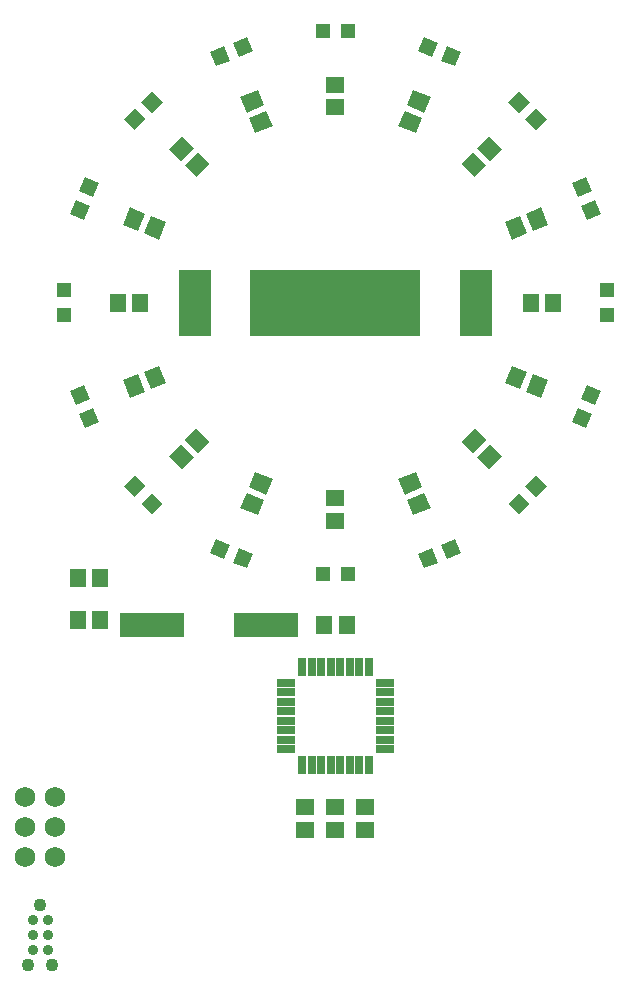
<source format=gts>
G04 EAGLE Gerber RS-274X export*
G75*
%MOMM*%
%FSLAX34Y34*%
%LPD*%
%INSoldermask Top*%
%IPPOS*%
%AMOC8*
5,1,8,0,0,1.08239X$1,22.5*%
G01*
%ADD10R,0.651600X1.571600*%
%ADD11R,1.571600X0.651600*%
%ADD12R,2.701600X5.661600*%
%ADD13R,14.421600X5.661600*%
%ADD14R,1.401600X1.601600*%
%ADD15R,1.601600X1.401600*%
%ADD16C,0.889000*%
%ADD17C,1.092200*%
%ADD18R,1.301600X1.301600*%
%ADD19R,1.301600X1.301600*%
%ADD20C,1.727200*%
%ADD21R,5.435600X2.032000*%


D10*
X328000Y341700D03*
X320000Y341700D03*
X312000Y341700D03*
X304000Y341700D03*
X296000Y341700D03*
X288000Y341700D03*
X280000Y341700D03*
X272000Y341700D03*
D11*
X258300Y328000D03*
X258300Y320000D03*
X258300Y312000D03*
X258300Y304000D03*
X258300Y296000D03*
X258300Y288000D03*
X258300Y280000D03*
X258300Y272000D03*
D10*
X272000Y258300D03*
X280000Y258300D03*
X288000Y258300D03*
X296000Y258300D03*
X304000Y258300D03*
X312000Y258300D03*
X320000Y258300D03*
X328000Y258300D03*
D11*
X341700Y272000D03*
X341700Y280000D03*
X341700Y288000D03*
X341700Y296000D03*
X341700Y304000D03*
X341700Y312000D03*
X341700Y320000D03*
X341700Y328000D03*
D12*
X180950Y650000D03*
X419050Y650000D03*
D13*
X300000Y650000D03*
D14*
X309500Y377460D03*
X290500Y377460D03*
D15*
X325120Y203860D03*
X325120Y222860D03*
D16*
X56350Y127450D03*
X43650Y127450D03*
X56350Y114750D03*
X43650Y114750D03*
X56350Y102050D03*
X43650Y102050D03*
D17*
X50000Y140150D03*
X60160Y89350D03*
X39840Y89350D03*
D18*
X310500Y880000D03*
X289500Y880000D03*
D15*
X300000Y834500D03*
X300000Y815500D03*
D19*
G36*
X218162Y858007D02*
X213181Y870032D01*
X225206Y875013D01*
X230187Y862988D01*
X218162Y858007D01*
G37*
G36*
X198760Y849971D02*
X193779Y861996D01*
X205804Y866977D01*
X210785Y854952D01*
X198760Y849971D01*
G37*
D14*
G36*
X224679Y810917D02*
X219315Y823866D01*
X234111Y829995D01*
X239475Y817046D01*
X224679Y810917D01*
G37*
G36*
X231950Y793363D02*
X226586Y806312D01*
X241382Y812441D01*
X246746Y799492D01*
X231950Y793363D01*
G37*
D19*
G36*
X144790Y810856D02*
X135587Y820059D01*
X144790Y829262D01*
X153993Y820059D01*
X144790Y810856D01*
G37*
G36*
X129941Y796007D02*
X120738Y805210D01*
X129941Y814413D01*
X139144Y805210D01*
X129941Y796007D01*
G37*
D14*
G36*
X168832Y769844D02*
X158922Y779754D01*
X170246Y791078D01*
X180156Y781168D01*
X168832Y769844D01*
G37*
G36*
X182267Y756409D02*
X172357Y766319D01*
X183681Y777643D01*
X193591Y767733D01*
X182267Y756409D01*
G37*
D19*
G36*
X95048Y739215D02*
X83023Y744196D01*
X88004Y756221D01*
X100029Y751240D01*
X95048Y739215D01*
G37*
G36*
X87012Y719813D02*
X74987Y724794D01*
X79968Y736819D01*
X91993Y731838D01*
X87012Y719813D01*
G37*
D14*
G36*
X132954Y710525D02*
X120005Y715889D01*
X126134Y730685D01*
X139083Y725321D01*
X132954Y710525D01*
G37*
G36*
X150508Y703254D02*
X137559Y708618D01*
X143688Y723414D01*
X156637Y718050D01*
X150508Y703254D01*
G37*
D18*
X70000Y660500D03*
X70000Y639500D03*
D14*
X115500Y650000D03*
X134500Y650000D03*
D19*
G36*
X386819Y870032D02*
X381838Y858007D01*
X369813Y862988D01*
X374794Y875013D01*
X386819Y870032D01*
G37*
G36*
X406221Y861996D02*
X401240Y849971D01*
X389215Y854952D01*
X394196Y866977D01*
X406221Y861996D01*
G37*
D14*
G36*
X373414Y806312D02*
X368050Y793363D01*
X353254Y799492D01*
X358618Y812441D01*
X373414Y806312D01*
G37*
G36*
X380685Y823866D02*
X375321Y810917D01*
X360525Y817046D01*
X365889Y829995D01*
X380685Y823866D01*
G37*
D19*
G36*
X464413Y820059D02*
X455210Y810856D01*
X446007Y820059D01*
X455210Y829262D01*
X464413Y820059D01*
G37*
G36*
X479262Y805210D02*
X470059Y796007D01*
X460856Y805210D01*
X470059Y814413D01*
X479262Y805210D01*
G37*
D14*
G36*
X427643Y766319D02*
X417733Y756409D01*
X406409Y767733D01*
X416319Y777643D01*
X427643Y766319D01*
G37*
G36*
X441078Y779754D02*
X431168Y769844D01*
X419844Y781168D01*
X429754Y791078D01*
X441078Y779754D01*
G37*
D19*
G36*
X516977Y744196D02*
X504952Y739215D01*
X499971Y751240D01*
X511996Y756221D01*
X516977Y744196D01*
G37*
G36*
X525013Y724794D02*
X512988Y719813D01*
X508007Y731838D01*
X520032Y736819D01*
X525013Y724794D01*
G37*
D14*
G36*
X462441Y708618D02*
X449492Y703254D01*
X443363Y718050D01*
X456312Y723414D01*
X462441Y708618D01*
G37*
G36*
X479995Y715889D02*
X467046Y710525D01*
X460917Y725321D01*
X473866Y730685D01*
X479995Y715889D01*
G37*
X465500Y650000D03*
X484500Y650000D03*
D18*
X530000Y660500D03*
X530000Y639500D03*
D19*
G36*
X520032Y563181D02*
X508007Y568162D01*
X512988Y580187D01*
X525013Y575206D01*
X520032Y563181D01*
G37*
G36*
X511996Y543779D02*
X499971Y548760D01*
X504952Y560785D01*
X516977Y555804D01*
X511996Y543779D01*
G37*
D14*
G36*
X456312Y576586D02*
X443363Y581950D01*
X449492Y596746D01*
X462441Y591382D01*
X456312Y576586D01*
G37*
G36*
X473866Y569315D02*
X460917Y574679D01*
X467046Y589475D01*
X479995Y584111D01*
X473866Y569315D01*
G37*
D19*
G36*
X470059Y485587D02*
X460856Y494790D01*
X470059Y503993D01*
X479262Y494790D01*
X470059Y485587D01*
G37*
G36*
X455210Y470738D02*
X446007Y479941D01*
X455210Y489144D01*
X464413Y479941D01*
X455210Y470738D01*
G37*
D14*
G36*
X416319Y522357D02*
X406409Y532267D01*
X417733Y543591D01*
X427643Y533681D01*
X416319Y522357D01*
G37*
G36*
X429754Y508922D02*
X419844Y518832D01*
X431168Y530156D01*
X441078Y520246D01*
X429754Y508922D01*
G37*
D19*
G36*
X394196Y433023D02*
X389215Y445048D01*
X401240Y450029D01*
X406221Y438004D01*
X394196Y433023D01*
G37*
G36*
X374794Y424987D02*
X369813Y437012D01*
X381838Y441993D01*
X386819Y429968D01*
X374794Y424987D01*
G37*
D14*
G36*
X358618Y487559D02*
X353254Y500508D01*
X368050Y506637D01*
X373414Y493688D01*
X358618Y487559D01*
G37*
G36*
X365889Y470005D02*
X360525Y482954D01*
X375321Y489083D01*
X380685Y476134D01*
X365889Y470005D01*
G37*
D19*
G36*
X91993Y568162D02*
X79968Y563181D01*
X74987Y575206D01*
X87012Y580187D01*
X91993Y568162D01*
G37*
G36*
X100029Y548760D02*
X88004Y543779D01*
X83023Y555804D01*
X95048Y560785D01*
X100029Y548760D01*
G37*
D14*
G36*
X139083Y574679D02*
X126134Y569315D01*
X120005Y584111D01*
X132954Y589475D01*
X139083Y574679D01*
G37*
G36*
X156637Y581950D02*
X143688Y576586D01*
X137559Y591382D01*
X150508Y596746D01*
X156637Y581950D01*
G37*
D19*
G36*
X139144Y494790D02*
X129941Y485587D01*
X120738Y494790D01*
X129941Y503993D01*
X139144Y494790D01*
G37*
G36*
X153993Y479941D02*
X144790Y470738D01*
X135587Y479941D01*
X144790Y489144D01*
X153993Y479941D01*
G37*
D14*
G36*
X180156Y518832D02*
X170246Y508922D01*
X158922Y520246D01*
X168832Y530156D01*
X180156Y518832D01*
G37*
G36*
X193591Y532267D02*
X183681Y522357D01*
X172357Y533681D01*
X182267Y543591D01*
X193591Y532267D01*
G37*
D19*
G36*
X210785Y445048D02*
X205804Y433023D01*
X193779Y438004D01*
X198760Y450029D01*
X210785Y445048D01*
G37*
G36*
X230187Y437012D02*
X225206Y424987D01*
X213181Y429968D01*
X218162Y441993D01*
X230187Y437012D01*
G37*
D14*
G36*
X239475Y482954D02*
X234111Y470005D01*
X219315Y476134D01*
X224679Y489083D01*
X239475Y482954D01*
G37*
G36*
X246746Y500508D02*
X241382Y487559D01*
X226586Y493688D01*
X231950Y506637D01*
X246746Y500508D01*
G37*
D18*
X289500Y420000D03*
X310500Y420000D03*
D15*
X300000Y484500D03*
X300000Y465500D03*
D14*
X100940Y416560D03*
X81940Y416560D03*
X100940Y381000D03*
X81940Y381000D03*
D20*
X37300Y206190D03*
X62700Y206190D03*
X62700Y231590D03*
X37300Y231590D03*
X37300Y180790D03*
X62700Y180790D03*
D15*
X274320Y222860D03*
X274320Y203860D03*
X299720Y222860D03*
X299720Y203860D03*
D21*
X144780Y377460D03*
X241300Y377460D03*
M02*

</source>
